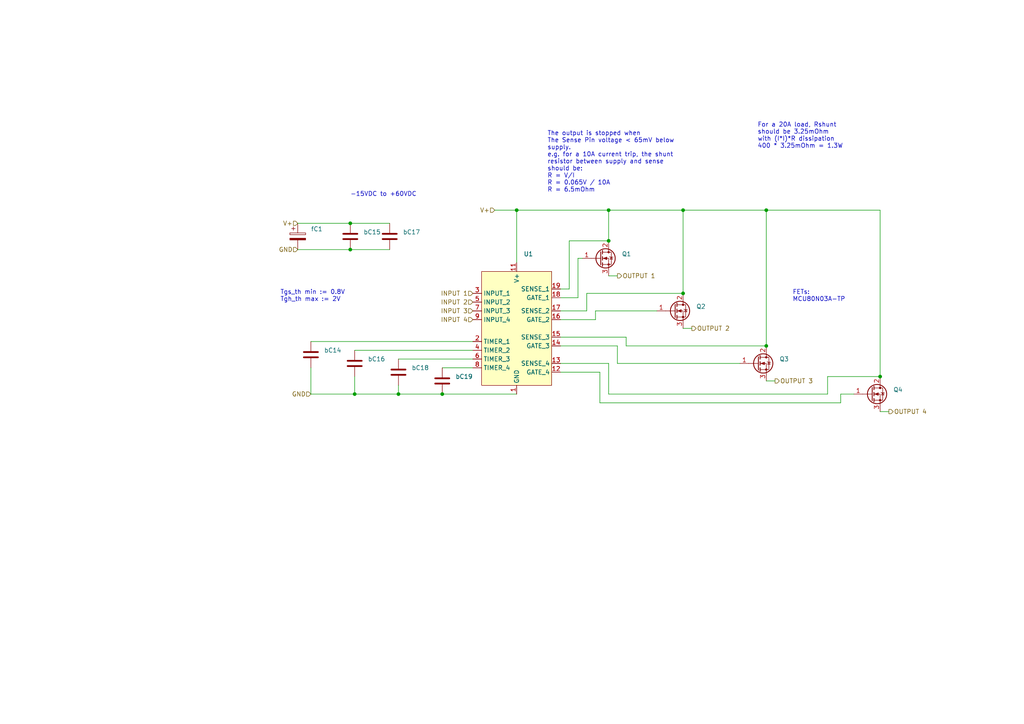
<source format=kicad_sch>
(kicad_sch (version 20211123) (generator eeschema)
  (paper "A4")
  (lib_symbols
    (symbol "Device:C" (pin_numbers hide) (pin_names (offset 0.254))
      (property "Reference" "C" (at 0.635 2.54 0))
      (property "Value" "C" (at 0.635 -2.54 0))
      (symbol "C_0_1"
        (polyline (pts (xy -2.032 -0.762) (xy 2.032 -0.762)) (stroke (width 0.508)))
        (polyline (pts (xy -2.032 0.762) (xy 2.032 0.762)) (stroke (width 0.508)))
      )
      (symbol "C_1_1"
        (pin passive line (at 0 3.81 270) (length 2.794) (name "~") (number "1"))
        (pin passive line (at 0 -3.81 90) (length 2.794) (name "~") (number "2"))
      )
    )
    (symbol "Device:C_Polarized" (pin_numbers hide) (pin_names (offset 0.254))
      (property "Reference" "C" (at 0.635 2.54 0))
      (property "Value" "C_Polarized" (at 0.635 -2.54 0))
      (symbol "C_Polarized_0_1"
        (rectangle (start -2.286 0.508) (end 2.286 1.016))
        (polyline (pts (xy -1.778 2.286) (xy -0.762 2.286)))
        (polyline (pts (xy -1.27 2.794) (xy -1.27 1.778)))
        (rectangle (start 2.286 -0.508) (end -2.286 -1.016) (fill (type outline)))
      )
      (symbol "C_Polarized_1_1"
        (pin passive line (at 0 3.81 270) (length 2.794) (name "~") (number "1"))
        (pin passive line (at 0 -3.81 90) (length 2.794) (name "~") (number "2"))
      )
    )
    (symbol "william_fets:MCU80N03A-TP" (pin_names (offset 0) hide)
      (property "Reference" "Q" (at 5.08 1.27 0))
      (property "Value" "MCU80N03A-TP" (at 5.08 -1.27 0))
      (symbol "MCU80N03A-TP_0_1"
        (polyline (pts (xy 0.254 0) (xy -2.54 0)))
        (polyline (pts (xy 0.254 1.905) (xy 0.254 -1.905)) (stroke (width 0.254)))
        (polyline (pts (xy 0.762 -1.27) (xy 0.762 -2.286)) (stroke (width 0.254)))
        (polyline (pts (xy 0.762 0.508) (xy 0.762 -0.508)) (stroke (width 0.254)))
        (polyline (pts (xy 0.762 2.286) (xy 0.762 1.27)) (stroke (width 0.254)))
        (polyline (pts (xy 2.54 2.54) (xy 2.54 1.778)))
        (polyline (pts (xy 2.54 -2.54) (xy 2.54 0) (xy 0.762 0)))
        (polyline (pts (xy 0.762 -1.778) (xy 3.302 -1.778) (xy 3.302 1.778) (xy 0.762 1.778)))
        (polyline (pts (xy 1.016 0) (xy 2.032 0.381) (xy 2.032 -0.381) (xy 1.016 0)) (fill (type outline)))
        (polyline (pts (xy 2.794 0.508) (xy 2.921 0.381) (xy 3.683 0.381) (xy 3.81 0.254)))
        (polyline (pts (xy 3.302 0.381) (xy 2.921 -0.254) (xy 3.683 -0.254) (xy 3.302 0.381)))
        (circle (center 1.651 0) (radius 2.794) (stroke (width 0.254)))
        (circle (center 2.54 -1.778) (radius 0.254) (fill (type outline)))
        (circle (center 2.54 1.778) (radius 0.254) (fill (type outline)))
      )
      (symbol "MCU80N03A-TP_1_1"
        (pin input line (at -5.08 0 0) (length 2.54) (name "G") (number "1"))
        (pin passive line (at 2.54 5.08 270) (length 2.54) (name "D") (number "2"))
        (pin passive line (at 2.54 -5.08 90) (length 2.54) (name "S") (number "3"))
      )
    )
    (symbol "william_mosfet_drivers:LT1161"
      (property "Reference" "U" (at 6.35 17.78 0))
      (property "Value" "LT1161" (at 6.35 -17.78 0))
      (symbol "LT1161_0_1"
        (rectangle (start -10.16 16.51) (end 10.16 -16.51) (fill (type background)))
      )
      (symbol "LT1161_1_1"
        (pin power_in line (at 0 -19.05 90) (length 2.54) (name "GND") (number "1"))
        (pin passive line (at 0 -19.05 90) (length 2.54) hide (name "GND") (number "10"))
        (pin power_in line (at 0 19.05 270) (length 2.54) (name "V+") (number "11"))
        (pin output line (at 12.7 -12.7 180) (length 2.54) (name "GATE_4") (number "12"))
        (pin input line (at 12.7 -10.16 180) (length 2.54) (name "SENSE_4") (number "13"))
        (pin output line (at 12.7 -5.08 180) (length 2.54) (name "GATE_3") (number "14"))
        (pin input line (at 12.7 -2.54 180) (length 2.54) (name "SENSE_3") (number "15"))
        (pin output line (at 12.7 2.54 180) (length 2.54) (name "GATE_2") (number "16"))
        (pin input line (at 12.7 5.08 180) (length 2.54) (name "SENSE_2") (number "17"))
        (pin output line (at 12.7 8.89 180) (length 2.54) (name "GATE_1") (number "18"))
        (pin input line (at 12.7 11.43 180) (length 2.54) (name "SENSE_1") (number "19"))
        (pin input line (at -12.7 -3.81 0) (length 2.54) (name "TIMER_1") (number "2"))
        (pin passive line (at 0 19.05 270) (length 2.54) hide (name "V+") (number "20"))
        (pin input line (at -12.7 10.16 0) (length 2.54) (name "INPUT_1") (number "3"))
        (pin input line (at -12.7 -6.35 0) (length 2.54) (name "TIMER_2") (number "4"))
        (pin input line (at -12.7 7.62 0) (length 2.54) (name "INPUT_2") (number "5"))
        (pin input line (at -12.7 -8.89 0) (length 2.54) (name "TIMER_3") (number "6"))
        (pin input line (at -12.7 5.08 0) (length 2.54) (name "INPUT_3") (number "7"))
        (pin input line (at -12.7 -11.43 0) (length 2.54) (name "TIMER_4") (number "8"))
        (pin input line (at -12.7 2.54 0) (length 2.54) (name "INPUT_4") (number "9"))
      )
    )
  )
  (junction (at 102.87 114.3))
  (junction (at 222.25 100.33))
  (junction (at 115.57 114.3))
  (junction (at 101.6 64.77))
  (junction (at 222.25 60.96))
  (junction (at 176.53 60.96))
  (junction (at 176.53 69.85))
  (junction (at 198.12 85.09))
  (junction (at 101.6 72.39))
  (junction (at 255.27 109.22))
  (junction (at 128.27 114.3))
  (junction (at 149.86 60.96))
  (junction (at 198.12 60.96))
  (wire (pts (xy 179.07 105.41) (xy 214.63 105.41)))
  (wire (pts (xy 173.99 116.84) (xy 243.84 116.84)))
  (wire (pts (xy 176.53 80.01) (xy 179.07 80.01)))
  (wire (pts (xy 240.03 114.3) (xy 176.53 114.3)))
  (wire (pts (xy 149.86 60.96) (xy 176.53 60.96)))
  (wire (pts (xy 101.6 64.77) (xy 113.03 64.77)))
  (wire (pts (xy 167.64 74.93) (xy 168.91 74.93)))
  (wire (pts (xy 222.25 110.49) (xy 224.79 110.49)))
  (wire (pts (xy 162.56 100.33) (xy 179.07 100.33)))
  (wire (pts (xy 86.36 64.77) (xy 101.6 64.77)))
  (wire (pts (xy 176.53 105.41) (xy 162.56 105.41)))
  (wire (pts (xy 86.36 72.39) (xy 101.6 72.39)))
  (wire (pts (xy 176.53 114.3) (xy 176.53 105.41)))
  (wire (pts (xy 255.27 60.96) (xy 255.27 109.22)))
  (wire (pts (xy 170.18 85.09) (xy 198.12 85.09)))
  (wire (pts (xy 176.53 60.96) (xy 176.53 69.85)))
  (wire (pts (xy 181.61 97.79) (xy 181.61 100.33)))
  (wire (pts (xy 90.17 114.3) (xy 102.87 114.3)))
  (wire (pts (xy 240.03 109.22) (xy 255.27 109.22)))
  (wire (pts (xy 170.18 85.09) (xy 170.18 90.17)))
  (wire (pts (xy 162.56 107.95) (xy 173.99 107.95)))
  (wire (pts (xy 115.57 114.3) (xy 128.27 114.3)))
  (wire (pts (xy 115.57 104.14) (xy 137.16 104.14)))
  (wire (pts (xy 240.03 109.22) (xy 240.03 114.3)))
  (wire (pts (xy 162.56 83.82) (xy 165.1 83.82)))
  (wire (pts (xy 179.07 100.33) (xy 179.07 105.41)))
  (wire (pts (xy 115.57 111.76) (xy 115.57 114.3)))
  (wire (pts (xy 162.56 86.36) (xy 167.64 86.36)))
  (wire (pts (xy 128.27 106.68) (xy 137.16 106.68)))
  (wire (pts (xy 102.87 101.6) (xy 137.16 101.6)))
  (wire (pts (xy 128.27 114.3) (xy 149.86 114.3)))
  (wire (pts (xy 167.64 86.36) (xy 167.64 74.93)))
  (wire (pts (xy 173.99 107.95) (xy 173.99 116.84)))
  (wire (pts (xy 222.25 100.33) (xy 222.25 60.96)))
  (wire (pts (xy 176.53 60.96) (xy 198.12 60.96)))
  (wire (pts (xy 149.86 60.96) (xy 149.86 76.2)))
  (wire (pts (xy 90.17 99.06) (xy 137.16 99.06)))
  (wire (pts (xy 198.12 60.96) (xy 222.25 60.96)))
  (wire (pts (xy 222.25 60.96) (xy 255.27 60.96)))
  (wire (pts (xy 243.84 114.3) (xy 247.65 114.3)))
  (wire (pts (xy 102.87 114.3) (xy 115.57 114.3)))
  (wire (pts (xy 102.87 109.22) (xy 102.87 114.3)))
  (wire (pts (xy 165.1 69.85) (xy 176.53 69.85)))
  (wire (pts (xy 143.51 60.96) (xy 149.86 60.96)))
  (wire (pts (xy 90.17 106.68) (xy 90.17 114.3)))
  (wire (pts (xy 181.61 97.79) (xy 162.56 97.79)))
  (wire (pts (xy 172.72 90.17) (xy 190.5 90.17)))
  (wire (pts (xy 255.27 119.38) (xy 257.81 119.38)))
  (wire (pts (xy 101.6 72.39) (xy 113.03 72.39)))
  (wire (pts (xy 165.1 83.82) (xy 165.1 69.85)))
  (wire (pts (xy 198.12 95.25) (xy 200.66 95.25)))
  (wire (pts (xy 198.12 60.96) (xy 198.12 85.09)))
  (wire (pts (xy 170.18 90.17) (xy 162.56 90.17)))
  (wire (pts (xy 162.56 92.71) (xy 172.72 92.71)))
  (wire (pts (xy 172.72 92.71) (xy 172.72 90.17)))
  (wire (pts (xy 181.61 100.33) (xy 222.25 100.33)))
  (wire (pts (xy 243.84 116.84) (xy 243.84 114.3)))
  (text "The output is stopped when\nThe Sense Pin voltage < 65mV below\nsupply.\ne.g. for a 10A current trip, the shunt\nresistor between supply and sense\nshould be:\nR = V/I\nR = 0.065V / 10A\nR = 6.5mOhm" (at 158.75 55.88 0) (effects (font (size 1.27 1.27)) (justify left bottom)))
  (text "FETs:	\nMCU80N03A-TP" (at 229.87 87.63 0) (effects (font (size 1.27 1.27)) (justify left bottom)))
  (text "For a 20A load, Rshunt\nshould be 3.25mOhm\nwith (I*I)*R dissipation\n400 * 3.25mOhm = 1.3W" (at 219.71 43.18 0) (effects (font (size 1.27 1.27)) (justify left bottom)))
  (text "Tgs_th min := 0.8V\nTgh_th max := 2V" (at 81.28 87.63 0) (effects (font (size 1.27 1.27)) (justify left bottom)))
  (text "-15VDC to +60VDC" (at 101.6 57.15 0) (effects (font (size 1.27 1.27)) (justify left bottom)))
  (hierarchical_label "GND" (shape input) (at 86.36 72.39 180))
  (hierarchical_label "INPUT 3" (shape input) (at 137.16 90.17 180))
  (hierarchical_label "INPUT 1" (shape input) (at 137.16 85.09 180))
  (hierarchical_label "V+" (shape input) (at 143.51 60.96 180))
  (hierarchical_label "INPUT 2" (shape input) (at 137.16 87.63 180))
  (hierarchical_label "OUTPUT 1" (shape output) (at 179.07 80.01 0))
  (hierarchical_label "OUTPUT 2" (shape output) (at 200.66 95.25 0))
  (hierarchical_label "INPUT 4" (shape input) (at 137.16 92.71 180))
  (hierarchical_label "GND" (shape input) (at 90.17 114.3 180))
  (hierarchical_label "OUTPUT 3" (shape output) (at 224.79 110.49 0))
  (hierarchical_label "OUTPUT 4" (shape output) (at 257.81 119.38 0))
  (hierarchical_label "V+" (shape input) (at 86.36 64.77 180))
  (symbol (lib_id "Device:C") (at 101.6 68.58 0) (unit 1)
    (property "Reference" "bC15" (at 105.41 67.3099 0) (effects (justify left)))
  )
  (symbol (lib_id "Device:C") (at 115.57 107.95 0) (unit 1)
    (property "Reference" "bC18" (at 119.38 106.6799 0) (effects (justify left)))
  )
  (symbol (lib_id "Device:C") (at 90.17 102.87 0) (unit 1)
    (property "Reference" "bC14" (at 93.98 101.5999 0) (effects (justify left)))
  )
  (symbol (lib_id "Device:C_Polarized") (at 86.36 68.58 0) (unit 1)
    (property "Reference" "fC1" (at 90.17 66.4209 0) (effects (justify left)))
  )
  (symbol (lib_id "william_fets:MCU80N03A-TP") (at 219.71 105.41 0) (unit 1)
    (property "Reference" "Q3" (at 226.06 104.1399 0) (effects (justify left)))
    (property "Datasheet" "https://www.mccsemi.com/pdf/Products/MCU80N03A(DPAK).pdf" (effects hide))
  )
  (symbol (lib_id "Device:C") (at 128.27 110.49 0) (unit 1)
    (property "Reference" "bC19" (at 132.08 109.2199 0) (effects (justify left)))
  )
  (symbol (lib_id "william_fets:MCU80N03A-TP") (at 195.58 90.17 0) (unit 1)
    (property "Reference" "Q2" (at 201.93 88.8999 0) (effects (justify left)))
    (property "Datasheet" "https://www.mccsemi.com/pdf/Products/MCU80N03A(DPAK).pdf" (effects hide))
  )
  (symbol (lib_id "william_fets:MCU80N03A-TP") (at 173.99 74.93 0) (unit 1)
    (property "Reference" "Q1" (at 180.34 73.6599 0) (effects (justify left)))
    (property "Datasheet" "https://www.mccsemi.com/pdf/Products/MCU80N03A(DPAK).pdf" (effects hide))
  )
  (symbol (lib_id "william_mosfet_drivers:LT1161") (at 149.86 95.25 0) (unit 1)
    (property "Reference" "U1" (at 151.8794 73.66 0) (effects (justify left)))
    (property "Datasheet" "https://www.analog.com/media/en/technical-documentation/data-sheets/1161fa.pdf" (effects hide))
  )
  (symbol (lib_id "Device:C") (at 102.87 105.41 0) (unit 1)
    (property "Reference" "bC16" (at 106.68 104.1399 0) (effects (justify left)))
  )
  (symbol (lib_id "Device:C") (at 113.03 68.58 0) (unit 1)
    (property "Reference" "bC17" (at 116.84 67.3099 0) (effects (justify left)))
  )
  (symbol (lib_id "william_fets:MCU80N03A-TP") (at 252.73 114.3 0) (unit 1)
    (property "Reference" "Q4" (at 259.08 113.0299 0) (effects (justify left)))
    (property "Datasheet" "https://www.mccsemi.com/pdf/Products/MCU80N03A(DPAK).pdf" (effects hide))
  )
)
</source>
